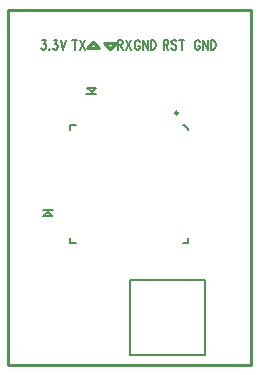
<source format=gto>
*
*
G04 PADS 9.3 Build Number: 433611 generated Gerber (RS-274-X) file*
G04 PC Version=2.1*
*
%IN "GPS.pcb"*%
*
%MOIN*%
*
%FSDAX24Y24*%
*
*
*
*
G04 PC Standard Apertures*
*
*
G04 Thermal Relief Aperture macro.*
%AMTER*
1,1,$1,0,0*
1,0,$1-$2,0,0*
21,0,$3,$4,0,0,45*
21,0,$3,$4,0,0,135*
%
*
*
G04 Annular Aperture macro.*
%AMANN*
1,1,$1,0,0*
1,0,$2,0,0*
%
*
*
G04 Odd Aperture macro.*
%AMODD*
1,1,$1,0,0*
1,0,$1-0.005,0,0*
%
*
*
G04 PC Custom Aperture Macros*
*
*
*
*
*
*
G04 PC Aperture Table*
*
%ADD010C,0.001*%
%ADD011C,0.00787*%
%ADD012C,0.00984*%
%ADD013C,0.01*%
%ADD036C,0.006*%
%ADD071C,0.00787*%
*
*
*
*
G04 PC Circuitry*
G04 Layer Name GPS.pcb - circuitry*
%LPD*%
*
*
G04 PC Custom Flashes*
G04 Layer Name GPS.pcb - flashes*
%LPD*%
*
*
G04 PC Circuitry*
G04 Layer Name GPS.pcb - circuitry*
%LPD*%
*
G54D10*
G54D11*
G01X015846Y017992D02*
X015881D01*
X015881D02*
X016023Y017850D01*
X016023D02*
Y017815D01*
X015846Y014055D02*
X016023D01*
X016023D02*
Y014232D01*
X012263Y017992D02*
X012086D01*
X012086D02*
Y017815D01*
X012263Y014055D02*
X012086D01*
X012086D02*
Y014232D01*
G54D12*
X015679Y018385D02*
G75*
G03X015679I-000049J0D01*
G54D13*
G01X010000Y010000D02*
Y021811D01*
X018110*
Y010000*
X010000*
X012640Y020560D02*
X012840Y020760D01*
X013040Y020560*
X012640*
X013600Y020720D02*
X013400Y020520D01*
X013200Y020720*
X013600*
G54D36*
X011142Y020817D02*
X011267D01*
X011267D02*
X011199Y020692D01*
X011199D02*
X011233D01*
X011233D02*
X011256Y020676D01*
X011256D02*
X011267Y020661D01*
X011267D02*
X011279Y020614D01*
Y020583*
X011267Y020536*
X011267D02*
X011245Y020505D01*
X011210Y020489*
X011210D02*
X011176D01*
X011176D02*
X011142Y020505D01*
X011142D02*
X011131Y020520D01*
X011131D02*
X011120Y020551D01*
X011392Y020520D02*
X011381Y020505D01*
X011392Y020489*
X011392D02*
X011404Y020505D01*
X011392Y020520*
X011529Y020817D02*
X011654D01*
X011654D02*
X011585Y020692D01*
X011585D02*
X011620D01*
X011620D02*
X011642Y020676D01*
X011642D02*
X011654Y020661D01*
X011665Y020614*
Y020583*
X011654Y020536*
X011631Y020505*
X011597Y020489*
X011563*
X011529Y020505*
X011517Y020520*
X011517D02*
X011506Y020551D01*
X011767Y020817D02*
X011858Y020489D01*
X011949Y020817D02*
X011858Y020489D01*
X014410Y020739D02*
X014399Y020770D01*
X014399D02*
X014376Y020801D01*
X014376D02*
X014353Y020817D01*
X014353D02*
X014308D01*
X014308D02*
X014285Y020801D01*
X014285D02*
X014262Y020770D01*
X014262D02*
X014251Y020739D01*
X014240Y020692*
X014240D02*
Y020614D01*
X014251Y020567*
X014251D02*
X014262Y020536D01*
X014262D02*
X014285Y020505D01*
X014308Y020489*
X014353*
X014353D02*
X014376Y020505D01*
X014399Y020536*
X014410Y020567*
X014410D02*
Y020614D01*
X014353D02*
X014410D01*
X014512Y020817D02*
Y020489D01*
Y020817D02*
X014671Y020489D01*
Y020817D02*
Y020489D01*
X014774Y020817D02*
Y020489D01*
Y020817D02*
X014853D01*
X014853D02*
X014887Y020801D01*
X014887D02*
X014910Y020770D01*
X014910D02*
X014921Y020739D01*
X014921D02*
X014933Y020692D01*
X014933D02*
Y020614D01*
X014921Y020567*
X014921D02*
X014910Y020536D01*
X014887Y020505*
X014887D02*
X014853Y020489D01*
X014853D02*
X014774D01*
X013680Y020817D02*
Y020489D01*
Y020817D02*
X013782D01*
X013782D02*
X013816Y020801D01*
X013816D02*
X013827Y020786D01*
X013827D02*
X013839Y020755D01*
Y020723*
X013839D02*
X013827Y020692D01*
X013827D02*
X013816Y020676D01*
X013816D02*
X013782Y020661D01*
X013680*
X013759D02*
X013839Y020489D01*
X013941Y020817D02*
X014100Y020489D01*
Y020817D02*
X013941Y020489D01*
X012239Y020817D02*
Y020489D01*
X012160Y020817D02*
X012319D01*
X012421D02*
X012580Y020489D01*
Y020817D02*
X012421Y020489D01*
X015200Y020817D02*
Y020489D01*
Y020817D02*
X015302D01*
X015302D02*
X015336Y020801D01*
X015336D02*
X015347Y020786D01*
X015347D02*
X015359Y020755D01*
Y020723*
X015359D02*
X015347Y020692D01*
X015347D02*
X015336Y020676D01*
X015336D02*
X015302Y020661D01*
X015200*
X015279D02*
X015359Y020489D01*
X015620Y020770D02*
X015597Y020801D01*
X015597D02*
X015563Y020817D01*
X015563D02*
X015518D01*
X015518D02*
X015484Y020801D01*
X015484D02*
X015461Y020770D01*
X015461D02*
Y020739D01*
X015472Y020708*
X015472D02*
X015484Y020692D01*
X015484D02*
X015506Y020676D01*
X015506D02*
X015575Y020645D01*
X015575D02*
X015597Y020630D01*
X015597D02*
X015609Y020614D01*
X015620Y020583*
Y020536*
X015597Y020505*
X015597D02*
X015563Y020489D01*
X015563D02*
X015518D01*
X015484Y020505*
X015461Y020536*
X015802Y020817D02*
Y020489D01*
X015722Y020817D02*
X015881D01*
X016410Y020739D02*
X016399Y020770D01*
X016399D02*
X016376Y020801D01*
X016376D02*
X016353Y020817D01*
X016353D02*
X016308D01*
X016308D02*
X016285Y020801D01*
X016285D02*
X016262Y020770D01*
X016262D02*
X016251Y020739D01*
X016240Y020692*
X016240D02*
Y020614D01*
X016251Y020567*
X016251D02*
X016262Y020536D01*
X016262D02*
X016285Y020505D01*
X016308Y020489*
X016353*
X016353D02*
X016376Y020505D01*
X016399Y020536*
X016410Y020567*
X016410D02*
Y020614D01*
X016353D02*
X016410D01*
X016512Y020817D02*
Y020489D01*
Y020817D02*
X016671Y020489D01*
Y020817D02*
Y020489D01*
X016774Y020817D02*
Y020489D01*
Y020817D02*
X016853D01*
X016853D02*
X016887Y020801D01*
X016887D02*
X016910Y020770D01*
X016910D02*
X016921Y020739D01*
X016921D02*
X016933Y020692D01*
X016933D02*
Y020614D01*
X016921Y020567*
X016921D02*
X016910Y020536D01*
X016887Y020505*
X016887D02*
X016853Y020489D01*
X016853D02*
X016774D01*
G54D71*
X011180Y015140D02*
X011516D01*
X011180Y014940D02*
X011480D01*
X011330Y015090*
X011180Y014940*
X012955Y019033D02*
X012619D01*
X012955Y019233D02*
X012655D01*
X012655D02*
X012805Y019083D01*
X012805D02*
X012955Y019233D01*
X014065Y010324D02*
Y012824D01*
X014065D02*
X016565D01*
X016565D02*
Y010324D01*
X016565D02*
X014065D01*
G74*
X000000Y000000D02*
M02*

</source>
